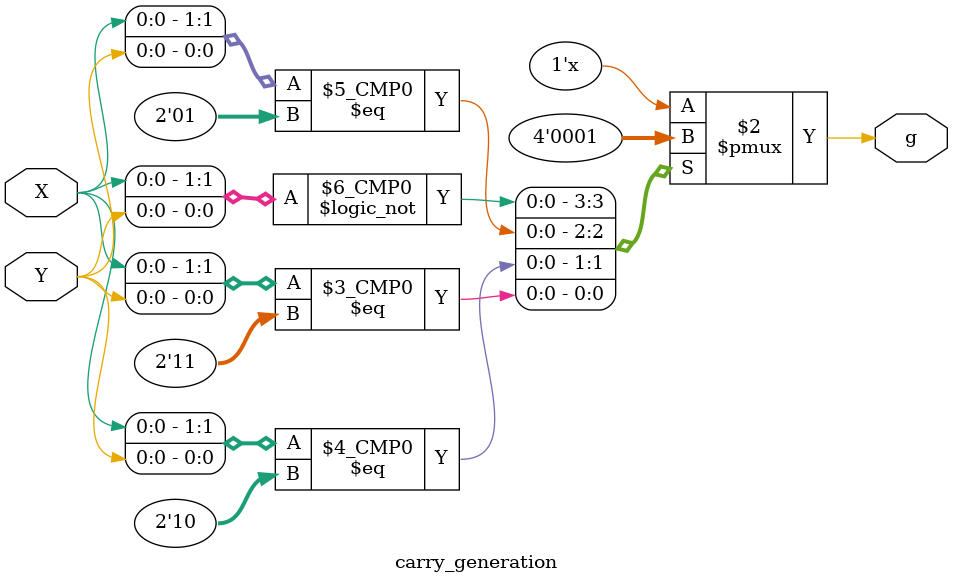
<source format=v>
`timescale 1ns / 1ps
module carry_generation(
 X,  Y,   g
    );
input X;
input Y;
output reg g ;
  always @ (*)
  begin
  case({X, Y})
  2'b00: g = 1'b0;
  2'b01 : g = 1'b0;
  2'b10 : g = 1'b0;
  2'b11: g = 1'b1  ; 
  default : g = 1'b0;
    endcase
    end
    endmodule
</source>
